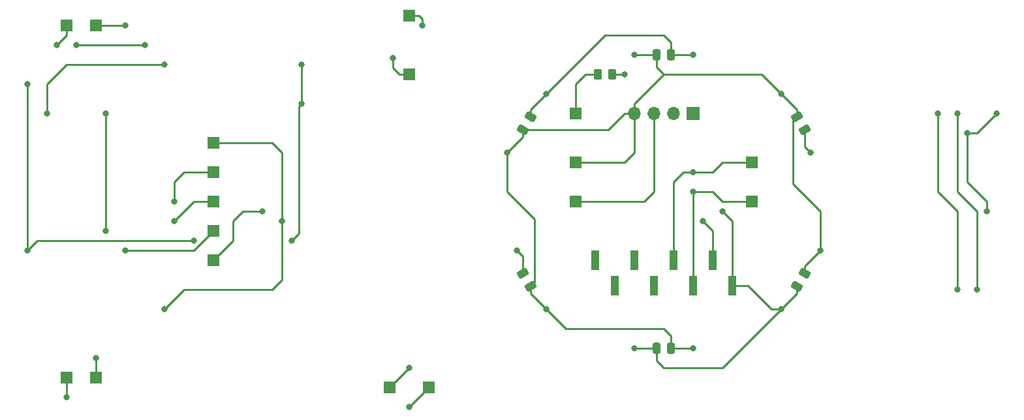
<source format=gbr>
%TF.GenerationSoftware,KiCad,Pcbnew,7.0.10*%
%TF.CreationDate,2024-02-12T11:39:43+01:00*%
%TF.ProjectId,EntangledHearts,456e7461-6e67-46c6-9564-486561727473,rev?*%
%TF.SameCoordinates,Original*%
%TF.FileFunction,Copper,L2,Bot*%
%TF.FilePolarity,Positive*%
%FSLAX46Y46*%
G04 Gerber Fmt 4.6, Leading zero omitted, Abs format (unit mm)*
G04 Created by KiCad (PCBNEW 7.0.10) date 2024-02-12 11:39:43*
%MOMM*%
%LPD*%
G01*
G04 APERTURE LIST*
G04 Aperture macros list*
%AMRoundRect*
0 Rectangle with rounded corners*
0 $1 Rounding radius*
0 $2 $3 $4 $5 $6 $7 $8 $9 X,Y pos of 4 corners*
0 Add a 4 corners polygon primitive as box body*
4,1,4,$2,$3,$4,$5,$6,$7,$8,$9,$2,$3,0*
0 Add four circle primitives for the rounded corners*
1,1,$1+$1,$2,$3*
1,1,$1+$1,$4,$5*
1,1,$1+$1,$6,$7*
1,1,$1+$1,$8,$9*
0 Add four rect primitives between the rounded corners*
20,1,$1+$1,$2,$3,$4,$5,0*
20,1,$1+$1,$4,$5,$6,$7,0*
20,1,$1+$1,$6,$7,$8,$9,0*
20,1,$1+$1,$8,$9,$2,$3,0*%
G04 Aperture macros list end*
%TA.AperFunction,ComponentPad*%
%ADD10R,1.700000X1.700000*%
%TD*%
%TA.AperFunction,ComponentPad*%
%ADD11O,1.700000X1.700000*%
%TD*%
%TA.AperFunction,SMDPad,CuDef*%
%ADD12R,1.500000X1.500000*%
%TD*%
%TA.AperFunction,SMDPad,CuDef*%
%ADD13RoundRect,0.250000X0.536362X0.020994X0.286362X0.454006X-0.536362X-0.020994X-0.286362X-0.454006X0*%
%TD*%
%TA.AperFunction,SMDPad,CuDef*%
%ADD14RoundRect,0.250000X-0.250000X-0.475000X0.250000X-0.475000X0.250000X0.475000X-0.250000X0.475000X0*%
%TD*%
%TA.AperFunction,SMDPad,CuDef*%
%ADD15RoundRect,0.250000X-0.262500X-0.450000X0.262500X-0.450000X0.262500X0.450000X-0.262500X0.450000X0*%
%TD*%
%TA.AperFunction,SMDPad,CuDef*%
%ADD16R,1.000000X2.510000*%
%TD*%
%TA.AperFunction,SMDPad,CuDef*%
%ADD17RoundRect,0.250000X0.286362X-0.454006X0.536362X-0.020994X-0.286362X0.454006X-0.536362X0.020994X0*%
%TD*%
%TA.AperFunction,SMDPad,CuDef*%
%ADD18RoundRect,0.250000X0.250000X0.475000X-0.250000X0.475000X-0.250000X-0.475000X0.250000X-0.475000X0*%
%TD*%
%TA.AperFunction,SMDPad,CuDef*%
%ADD19RoundRect,0.250000X-0.536362X-0.020994X-0.286362X-0.454006X0.536362X0.020994X0.286362X0.454006X0*%
%TD*%
%TA.AperFunction,SMDPad,CuDef*%
%ADD20RoundRect,0.250000X-0.286362X0.454006X-0.536362X0.020994X0.286362X-0.454006X0.536362X-0.020994X0*%
%TD*%
%TA.AperFunction,ViaPad*%
%ADD21C,0.800000*%
%TD*%
%TA.AperFunction,Conductor*%
%ADD22C,0.250000*%
%TD*%
G04 APERTURE END LIST*
D10*
%TO.P,Display1,1,Pin_1*%
%TO.N,SDA_Top*%
X171450000Y-90170000D03*
D11*
%TO.P,Display1,2,Pin_2*%
%TO.N,SCL_Top*%
X168910000Y-90170000D03*
%TO.P,Display1,3,Pin_3*%
%TO.N,VCC_Top*%
X166370000Y-90170000D03*
%TO.P,Display1,4,Pin_4*%
%TO.N,GND_Top*%
X163830000Y-90170000D03*
%TD*%
D12*
%TO.P,PhotoB2,1,1*%
%TO.N,Net-(Photo1-E)*%
X134620000Y-85090000D03*
%TD*%
D13*
%TO.P,C_NP2,1*%
%TO.N,VCC_Top*%
X185895000Y-92262724D03*
%TO.P,C_NP2,2*%
%TO.N,GND_Top*%
X184945000Y-90617276D03*
%TD*%
D12*
%TO.P,PhotoA2,1,1*%
%TO.N,Net-(Photo1-C)*%
X134620000Y-77470000D03*
%TD*%
%TO.P,NeoPixel2,1,1*%
%TO.N,NeoPixel_Top*%
X156210000Y-90170000D03*
%TD*%
D14*
%TO.P,C_NP4,1*%
%TO.N,VCC_Top*%
X166690000Y-120650000D03*
%TO.P,C_NP4,2*%
%TO.N,GND_Top*%
X168590000Y-120650000D03*
%TD*%
D15*
%TO.P,R_NP1,1*%
%TO.N,NeoPixel_Top*%
X159107500Y-85090000D03*
%TO.P,R_NP1,2*%
%TO.N,Net-(D1-DIN)*%
X160932500Y-85090000D03*
%TD*%
D12*
%TO.P,SDA1,1,1*%
%TO.N,SDA_Bottom*%
X109220000Y-101600000D03*
%TD*%
D16*
%TO.P,MPU1,1,Pin_1*%
%TO.N,VCC_Top*%
X176530000Y-112530000D03*
%TO.P,MPU1,2,Pin_2*%
%TO.N,GND_Top*%
X173990000Y-109220000D03*
%TO.P,MPU1,3,Pin_3*%
%TO.N,SCL_Top*%
X171450000Y-112530000D03*
%TO.P,MPU1,4,Pin_4*%
%TO.N,SDA_Top*%
X168910000Y-109220000D03*
%TO.P,MPU1,5,Pin_5*%
%TO.N,unconnected-(MPU1-Pin_5-Pad5)*%
X166370000Y-112530000D03*
%TO.P,MPU1,6,Pin_6*%
%TO.N,unconnected-(MPU1-Pin_6-Pad6)*%
X163830000Y-109220000D03*
%TO.P,MPU1,7,Pin_7*%
%TO.N,unconnected-(MPU1-Pin_7-Pad7)*%
X161290000Y-112530000D03*
%TO.P,MPU1,8,Pin_8*%
%TO.N,unconnected-(MPU1-Pin_8-Pad8)*%
X158750000Y-109220000D03*
%TD*%
D12*
%TO.P,ButtonB1,1,1*%
%TO.N,GND*%
X90170000Y-124460000D03*
%TD*%
%TO.P,GND1,1,1*%
%TO.N,GND*%
X109220000Y-109220000D03*
%TD*%
D17*
%TO.P,C_NP3,1*%
%TO.N,VCC_Top*%
X184945000Y-112582724D03*
%TO.P,C_NP3,2*%
%TO.N,GND_Top*%
X185895000Y-110937276D03*
%TD*%
D18*
%TO.P,C_NP1,1*%
%TO.N,VCC_Top*%
X168590000Y-82550000D03*
%TO.P,C_NP1,2*%
%TO.N,GND_Top*%
X166690000Y-82550000D03*
%TD*%
D12*
%TO.P,ButtonB2,1,1*%
%TO.N,Net-(Button1-Pad2)*%
X137160000Y-125730000D03*
%TD*%
%TO.P,NeoPixel1,1,1*%
%TO.N,NeoPixel_Bottom*%
X109220000Y-105410000D03*
%TD*%
%TO.P,SDA2,1,1*%
%TO.N,SDA_Top*%
X179070000Y-96520000D03*
%TD*%
D19*
%TO.P,C_NP5,1*%
%TO.N,VCC_Top*%
X149385000Y-110937276D03*
%TO.P,C_NP5,2*%
%TO.N,GND_Top*%
X150335000Y-112582724D03*
%TD*%
D12*
%TO.P,ButtonA1,1,1*%
%TO.N,Button*%
X93980000Y-124460000D03*
%TD*%
%TO.P,VCC1,1,1*%
%TO.N,+4V*%
X109220000Y-93980000D03*
%TD*%
%TO.P,PhotoB1,1,1*%
%TO.N,GND*%
X93980000Y-78740000D03*
%TD*%
D20*
%TO.P,C_NP6,1*%
%TO.N,VCC_Top*%
X150335000Y-90617276D03*
%TO.P,C_NP6,2*%
%TO.N,GND_Top*%
X149385000Y-92262724D03*
%TD*%
D12*
%TO.P,SCL1,1,1*%
%TO.N,SCL_Bottom*%
X109220000Y-97790000D03*
%TD*%
%TO.P,SCL2,1,1*%
%TO.N,SCL_Top*%
X179070000Y-101600000D03*
%TD*%
%TO.P,GND2,1,1*%
%TO.N,GND_Top*%
X156210000Y-96520000D03*
%TD*%
%TO.P,ButtonA2,1,1*%
%TO.N,Net-(Button1-Pad4)*%
X132080000Y-125730000D03*
%TD*%
%TO.P,PhotoA1,1,1*%
%TO.N,Photo*%
X90170000Y-78740000D03*
%TD*%
%TO.P,VCC2,1,1*%
%TO.N,VCC_Top*%
X156210000Y-101600000D03*
%TD*%
D21*
%TO.N,GND*%
X115570000Y-102870000D03*
X90170000Y-127000000D03*
X97790000Y-78740000D03*
%TO.N,+4V*%
X102870000Y-115570000D03*
X118110000Y-104140000D03*
%TO.N,+3.3V*%
X106680000Y-106680000D03*
X85090000Y-86360000D03*
X85090000Y-107950000D03*
%TO.N,Net-(D1-DIN)*%
X162560000Y-85090000D03*
%TO.N,VCC_Top*%
X148590000Y-107950000D03*
X171450000Y-82550000D03*
X182880000Y-115570000D03*
X152400000Y-87630000D03*
X175260000Y-102870000D03*
X186690000Y-95250000D03*
X163830000Y-120650000D03*
%TO.N,GND_Top*%
X172720000Y-104140000D03*
X163830000Y-82550000D03*
X152400000Y-115570000D03*
X147320000Y-95250000D03*
X182880000Y-87630000D03*
X187960000Y-107950000D03*
X171450000Y-120650000D03*
%TO.N,Net-(Seriell_Input1-Pin_4)*%
X203200000Y-90170000D03*
X205740000Y-113030000D03*
%TO.N,Net-(Seriell_Input1-Pin_3)*%
X208280000Y-113030000D03*
X205740000Y-90170000D03*
%TO.N,Net-(BM1-V_{BAT})*%
X120650000Y-88900000D03*
X119380000Y-106680000D03*
X120650000Y-83820000D03*
%TO.N,SDA_Top*%
X171450000Y-97790000D03*
%TO.N,Button*%
X93980000Y-121920000D03*
%TO.N,EN*%
X95250000Y-105410000D03*
X95250000Y-90170000D03*
%TO.N,Photo*%
X88900000Y-81280000D03*
%TO.N,Net-(Q_EN1-S)*%
X209550000Y-102870000D03*
X207010000Y-92710000D03*
X210820000Y-90170000D03*
%TO.N,RXD*%
X102870000Y-83820000D03*
X87630000Y-90170000D03*
%TO.N,TXD*%
X91440000Y-81280000D03*
X100330000Y-81280000D03*
%TO.N,Net-(Button1-Pad4)*%
X134620000Y-123190000D03*
%TO.N,Net-(Photo1-E)*%
X132480000Y-82950000D03*
%TO.N,Net-(Photo1-C)*%
X136290000Y-78740000D03*
%TO.N,Net-(Button1-Pad2)*%
X134620000Y-128270000D03*
%TO.N,SCL_Top*%
X171450000Y-100330000D03*
%TO.N,SDA_Bottom*%
X104140000Y-104140000D03*
%TO.N,SCL_Bottom*%
X104140000Y-101600000D03*
%TO.N,NeoPixel_Bottom*%
X97790000Y-107950000D03*
%TD*%
D22*
%TO.N,GND*%
X113030000Y-102870000D02*
X115570000Y-102870000D01*
X93980000Y-78740000D02*
X97790000Y-78740000D01*
X90170000Y-127000000D02*
X90170000Y-124460000D01*
X109220000Y-109220000D02*
X111760000Y-106680000D01*
X111760000Y-106680000D02*
X111760000Y-104140000D01*
X111760000Y-104140000D02*
X113030000Y-102870000D01*
%TO.N,+4V*%
X118110000Y-111760000D02*
X116840000Y-113030000D01*
X116840000Y-113030000D02*
X105410000Y-113030000D01*
X105410000Y-113030000D02*
X102870000Y-115570000D01*
X109220000Y-93980000D02*
X116840000Y-93980000D01*
X118110000Y-95250000D02*
X118110000Y-104140000D01*
X118110000Y-104140000D02*
X118110000Y-111760000D01*
X116840000Y-93980000D02*
X118110000Y-95250000D01*
%TO.N,+3.3V*%
X86360000Y-106680000D02*
X85090000Y-107950000D01*
X106680000Y-106680000D02*
X86360000Y-106680000D01*
X85090000Y-107950000D02*
X85090000Y-86360000D01*
%TO.N,Net-(D1-DIN)*%
X162560000Y-85090000D02*
X160932500Y-85090000D01*
%TO.N,VCC_Top*%
X160020000Y-80010000D02*
X152400000Y-87630000D01*
X148590000Y-107950000D02*
X149385000Y-108745000D01*
X186690000Y-95250000D02*
X185895000Y-94455000D01*
X181610000Y-115570000D02*
X182880000Y-115570000D01*
X165100000Y-101600000D02*
X166370000Y-100330000D01*
X182880000Y-115570000D02*
X184945000Y-113505000D01*
X168590000Y-82550000D02*
X171450000Y-82550000D01*
X184945000Y-113505000D02*
X184945000Y-112582724D01*
X168590000Y-80960000D02*
X167640000Y-80010000D01*
X166690000Y-120650000D02*
X166690000Y-122240000D01*
X176530000Y-112530000D02*
X176530000Y-104140000D01*
X185895000Y-94455000D02*
X185895000Y-92262724D01*
X156210000Y-101600000D02*
X165100000Y-101600000D01*
X176530000Y-112530000D02*
X178570000Y-112530000D01*
X166690000Y-122240000D02*
X167640000Y-123190000D01*
X166690000Y-120650000D02*
X163830000Y-120650000D01*
X150335000Y-89695000D02*
X150335000Y-90617276D01*
X168590000Y-82550000D02*
X168590000Y-80960000D01*
X149385000Y-108745000D02*
X149385000Y-110937276D01*
X175260000Y-123190000D02*
X182880000Y-115570000D01*
X167640000Y-80010000D02*
X160020000Y-80010000D01*
X152400000Y-87630000D02*
X150335000Y-89695000D01*
X166370000Y-100330000D02*
X166370000Y-90170000D01*
X167640000Y-123190000D02*
X175260000Y-123190000D01*
X176530000Y-104140000D02*
X175260000Y-102870000D01*
X178570000Y-112530000D02*
X181610000Y-115570000D01*
%TO.N,GND_Top*%
X187960000Y-102870000D02*
X187960000Y-107950000D01*
X147320000Y-100330000D02*
X150865736Y-103875736D01*
X147320000Y-95250000D02*
X147320000Y-100330000D01*
X182880000Y-87630000D02*
X180340000Y-85090000D01*
X162560000Y-90170000D02*
X160467276Y-92262724D01*
X173990000Y-105410000D02*
X172720000Y-104140000D01*
X184414264Y-91148012D02*
X184414264Y-99324264D01*
X150865736Y-112051988D02*
X150335000Y-112582724D01*
X166690000Y-82550000D02*
X163830000Y-82550000D01*
X149385000Y-93185000D02*
X149385000Y-92262724D01*
X163830000Y-90170000D02*
X162560000Y-90170000D01*
X150865736Y-103875736D02*
X150865736Y-112051988D01*
X180340000Y-85090000D02*
X167640000Y-85090000D01*
X167640000Y-118110000D02*
X154940000Y-118110000D01*
X166690000Y-82550000D02*
X166690000Y-84140000D01*
X150335000Y-113505000D02*
X152400000Y-115570000D01*
X187960000Y-107950000D02*
X185895000Y-110015000D01*
X163830000Y-90170000D02*
X163830000Y-88900000D01*
X150335000Y-112582724D02*
X150335000Y-113505000D01*
X163830000Y-95250000D02*
X163830000Y-90170000D01*
X173990000Y-109220000D02*
X173990000Y-105410000D01*
X184414264Y-99324264D02*
X187960000Y-102870000D01*
X160467276Y-92262724D02*
X149385000Y-92262724D01*
X147320000Y-95250000D02*
X149385000Y-93185000D01*
X168590000Y-120650000D02*
X171450000Y-120650000D01*
X162560000Y-96520000D02*
X163830000Y-95250000D01*
X156210000Y-96520000D02*
X162560000Y-96520000D01*
X184945000Y-90617276D02*
X184414264Y-91148012D01*
X163830000Y-88900000D02*
X167640000Y-85090000D01*
X166690000Y-84140000D02*
X167640000Y-85090000D01*
X184945000Y-90617276D02*
X184945000Y-89695000D01*
X168590000Y-119060000D02*
X167640000Y-118110000D01*
X184945000Y-89695000D02*
X182880000Y-87630000D01*
X168590000Y-120650000D02*
X168590000Y-119060000D01*
X185895000Y-110015000D02*
X185895000Y-110937276D01*
X154940000Y-118110000D02*
X152400000Y-115570000D01*
%TO.N,Net-(Seriell_Input1-Pin_4)*%
X203200000Y-90170000D02*
X203200000Y-100330000D01*
X205740000Y-102870000D02*
X205740000Y-113030000D01*
X203200000Y-100330000D02*
X205740000Y-102870000D01*
%TO.N,Net-(Seriell_Input1-Pin_3)*%
X205740000Y-100330000D02*
X208280000Y-102870000D01*
X205740000Y-90170000D02*
X205740000Y-100330000D01*
X208280000Y-102870000D02*
X208280000Y-113030000D01*
%TO.N,Net-(BM1-V_{BAT})*%
X120330000Y-105730000D02*
X119380000Y-106680000D01*
X120650000Y-88900000D02*
X120650000Y-83820000D01*
X120330000Y-89220000D02*
X120650000Y-88900000D01*
X120330000Y-105730000D02*
X120330000Y-89220000D01*
%TO.N,SDA_Top*%
X168910000Y-99060000D02*
X168910000Y-109220000D01*
X171450000Y-97790000D02*
X170180000Y-97790000D01*
X170180000Y-97790000D02*
X168910000Y-99060000D01*
X175260000Y-96520000D02*
X173990000Y-97790000D01*
X173990000Y-97790000D02*
X171450000Y-97790000D01*
X179070000Y-96520000D02*
X175260000Y-96520000D01*
%TO.N,Button*%
X93980000Y-124460000D02*
X93980000Y-121920000D01*
%TO.N,EN*%
X95250000Y-105410000D02*
X95250000Y-90170000D01*
%TO.N,Photo*%
X90170000Y-80010000D02*
X90170000Y-78740000D01*
X88900000Y-81280000D02*
X90170000Y-80010000D01*
%TO.N,Net-(Q_EN1-S)*%
X210820000Y-90170000D02*
X208280000Y-92710000D01*
X209550000Y-101600000D02*
X209550000Y-102870000D01*
X207010000Y-99060000D02*
X209550000Y-101600000D01*
X207010000Y-92710000D02*
X207010000Y-99060000D01*
X208280000Y-92710000D02*
X207010000Y-92710000D01*
%TO.N,RXD*%
X90170000Y-83820000D02*
X102870000Y-83820000D01*
X87630000Y-90170000D02*
X87630000Y-86360000D01*
X87630000Y-86360000D02*
X90170000Y-83820000D01*
%TO.N,TXD*%
X91440000Y-81280000D02*
X100330000Y-81280000D01*
%TO.N,Net-(Button1-Pad4)*%
X134620000Y-123190000D02*
X132080000Y-125730000D01*
%TO.N,Net-(Photo1-E)*%
X132480000Y-82950000D02*
X132480000Y-84220000D01*
X132480000Y-84220000D02*
X133350000Y-85090000D01*
X134620000Y-85090000D02*
X133350000Y-85090000D01*
%TO.N,Net-(Photo1-C)*%
X136290000Y-77870000D02*
X135890000Y-77470000D01*
X136290000Y-78740000D02*
X136290000Y-77870000D01*
X134620000Y-77470000D02*
X135890000Y-77470000D01*
%TO.N,Net-(Button1-Pad2)*%
X137160000Y-125730000D02*
X134620000Y-128270000D01*
%TO.N,SCL_Top*%
X175260000Y-101600000D02*
X173990000Y-100330000D01*
X173990000Y-100330000D02*
X171450000Y-100330000D01*
X171450000Y-100330000D02*
X171450000Y-112530000D01*
X179070000Y-101600000D02*
X175260000Y-101600000D01*
%TO.N,SDA_Bottom*%
X104140000Y-104140000D02*
X106680000Y-101600000D01*
X106680000Y-101600000D02*
X109220000Y-101600000D01*
%TO.N,SCL_Bottom*%
X104140000Y-101600000D02*
X104140000Y-99060000D01*
X105410000Y-97790000D02*
X109220000Y-97790000D01*
X104140000Y-99060000D02*
X105410000Y-97790000D01*
%TO.N,NeoPixel_Bottom*%
X106680000Y-107950000D02*
X109220000Y-105410000D01*
X97790000Y-107950000D02*
X106680000Y-107950000D01*
%TO.N,NeoPixel_Top*%
X156210000Y-86360000D02*
X156210000Y-90170000D01*
X159107500Y-85090000D02*
X157480000Y-85090000D01*
X157480000Y-85090000D02*
X156210000Y-86360000D01*
%TD*%
M02*

</source>
